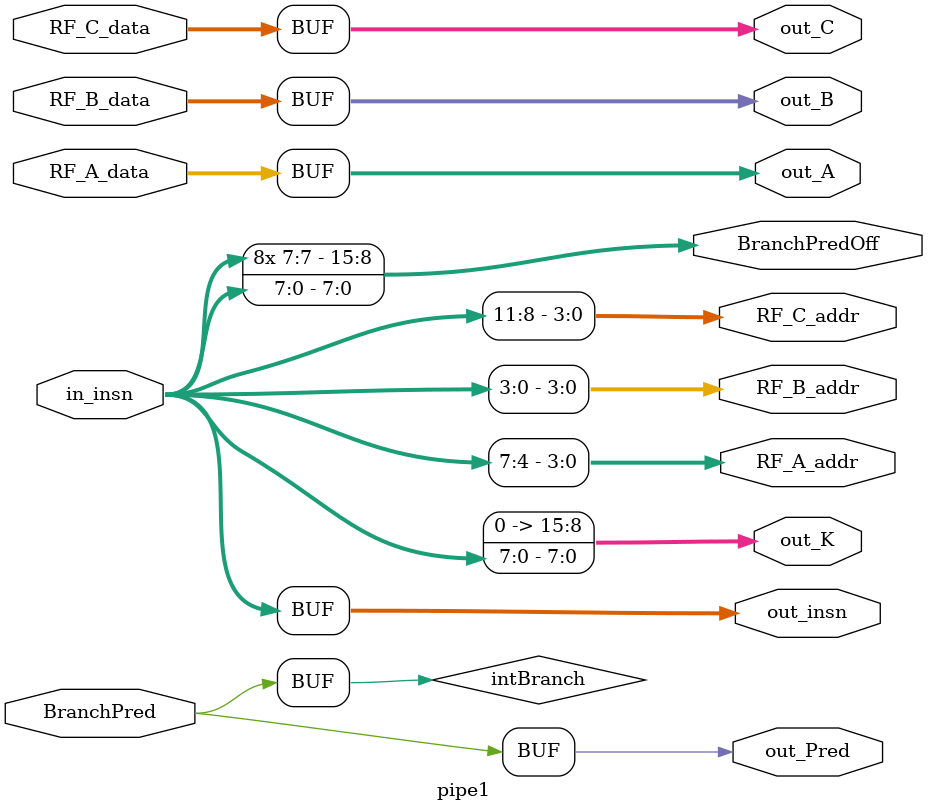
<source format=v>
module pipe1(in_insn, out_insn, out_A, out_B, out_C, out_K, out_Pred,
             RF_A_addr, RF_B_addr, RF_A_data, RF_B_data,
             RF_C_addr, RF_C_data,
             BranchPred, BranchPredOff);

  input[15:0] in_insn;
  output[15:0] out_insn, out_A, out_B, out_C, out_K;
  output out_Pred;

  output[3:0] RF_A_addr, RF_B_addr, RF_C_addr;
  input[15:0] RF_A_data, RF_B_data, RF_C_data;
  wire intBranch;
  

  input BranchPred;
  output[15:0] BranchPredOff;

  // stage 1: RegRead
assign intBranch = BranchPred;
  assign out_insn = in_insn;

  assign out_A = RF_A_data;
  assign out_B = RF_B_data;
  assign out_C = RF_C_data;

  assign RF_A_addr = in_insn[7:4];
  assign RF_B_addr = in_insn[3:0];
  assign RF_C_addr = in_insn[11:8];

  // zero-extended 8-bit immediate
  assign out_K = {8'h00, in_insn[7:0]};

  // Branch offset, if branch predicted: sign-extended 8-bit immediate
  assign BranchPredOff = {in_insn[7], in_insn[7], in_insn[7], in_insn[7],
                          in_insn[7], in_insn[7], in_insn[7], in_insn[7],
                          in_insn[7:0]};

  // comes from branch predictor instance under toplevel cpu module
  assign out_Pred = BranchPred;
  
endmodule
             

</source>
